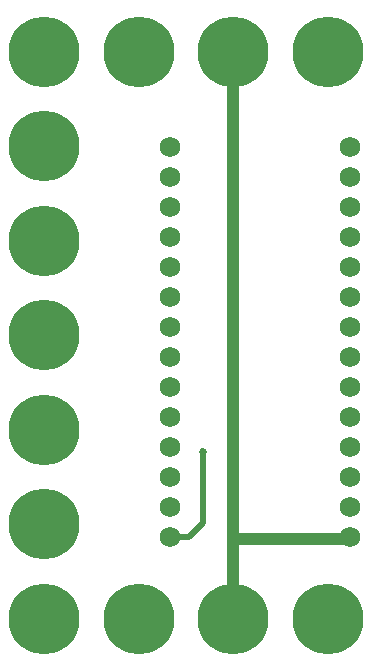
<source format=gbl>
%TF.GenerationSoftware,KiCad,Pcbnew,4.0.5-e0-6337~49~ubuntu16.04.1*%
%TF.CreationDate,2017-01-31T09:51:37-08:00*%
%TF.ProjectId,4x7-Teensy-Breakout,3478372D5465656E73792D427265616B,1.0*%
%TF.FileFunction,Copper,L2,Bot,Signal*%
%FSLAX46Y46*%
G04 Gerber Fmt 4.6, Leading zero omitted, Abs format (unit mm)*
G04 Created by KiCad (PCBNEW 4.0.5-e0-6337~49~ubuntu16.04.1) date Tue Jan 31 09:51:37 2017*
%MOMM*%
%LPD*%
G01*
G04 APERTURE LIST*
%ADD10C,0.350000*%
%ADD11C,1.000000*%
%ADD12C,1.727200*%
%ADD13C,6.000000*%
%ADD14C,0.685800*%
%ADD15C,0.508000*%
%ADD16C,0.330200*%
%ADD17C,0.350000*%
G04 APERTURE END LIST*
D10*
D11*
X162656000Y-113843200D02*
X152906000Y-113843200D01*
X152906000Y-72843200D02*
X152906000Y-120593200D01*
D12*
X162766000Y-113654200D03*
X162766000Y-111114200D03*
X162766000Y-108574200D03*
X162766000Y-106034200D03*
X162766000Y-103494200D03*
X162766000Y-100954200D03*
X162766000Y-98414200D03*
X162766000Y-95874200D03*
X162766000Y-93334200D03*
X162766000Y-90794200D03*
X162766000Y-88254200D03*
X162766000Y-85714200D03*
X162766000Y-83174200D03*
X162766000Y-80634200D03*
X147526000Y-80634200D03*
X147526000Y-88254200D03*
X147526000Y-108574200D03*
X147526000Y-93334200D03*
X147526000Y-90794200D03*
X147526000Y-111114200D03*
X147526000Y-103494200D03*
X147526000Y-113654200D03*
X147526000Y-100954200D03*
X147526000Y-98414200D03*
X147526000Y-95874200D03*
X147526000Y-106034200D03*
X147526000Y-83174200D03*
X147526000Y-85714200D03*
D13*
X136906000Y-80593200D03*
X136907000Y-88593200D03*
X136907000Y-104593200D03*
X136907000Y-72593200D03*
X136907000Y-112593200D03*
X136907000Y-96593200D03*
X144906000Y-72593200D03*
X152906000Y-72593200D03*
X160906000Y-72593200D03*
X136907000Y-120593200D03*
X144906000Y-120593200D03*
X152906000Y-120593200D03*
X160906000Y-120593200D03*
D14*
X152695800Y-111114200D03*
X150340000Y-106510000D03*
D15*
X149165800Y-113654200D02*
X150340000Y-112480000D01*
X150340000Y-112480000D02*
X150340000Y-110490000D01*
X147526000Y-113654200D02*
X149165800Y-113654200D01*
X150340000Y-106510000D02*
X150340000Y-110490000D01*
D16*
X152695800Y-111114200D03*
X150340000Y-106510000D03*
D17*
X162766000Y-113654200D03*
X162766000Y-111114200D03*
X162766000Y-108574200D03*
X162766000Y-106034200D03*
X162766000Y-103494200D03*
X162766000Y-100954200D03*
X162766000Y-98414200D03*
X162766000Y-95874200D03*
X162766000Y-93334200D03*
X162766000Y-90794200D03*
X162766000Y-88254200D03*
X162766000Y-85714200D03*
X162766000Y-83174200D03*
X162766000Y-80634200D03*
X147526000Y-80634200D03*
X147526000Y-88254200D03*
X147526000Y-108574200D03*
X147526000Y-93334200D03*
X147526000Y-90794200D03*
X147526000Y-111114200D03*
X147526000Y-103494200D03*
X147526000Y-113654200D03*
X147526000Y-100954200D03*
X147526000Y-98414200D03*
X147526000Y-95874200D03*
X147526000Y-106034200D03*
X147526000Y-83174200D03*
X147526000Y-85714200D03*
X136906000Y-80593200D03*
X136907000Y-88593200D03*
X136907000Y-104593200D03*
X136907000Y-72593200D03*
X136907000Y-112593200D03*
X136907000Y-96593200D03*
X144906000Y-72593200D03*
X152906000Y-72593200D03*
X160906000Y-72593200D03*
X136907000Y-120593200D03*
X144906000Y-120593200D03*
X152906000Y-120593200D03*
X160906000Y-120593200D03*
M02*

</source>
